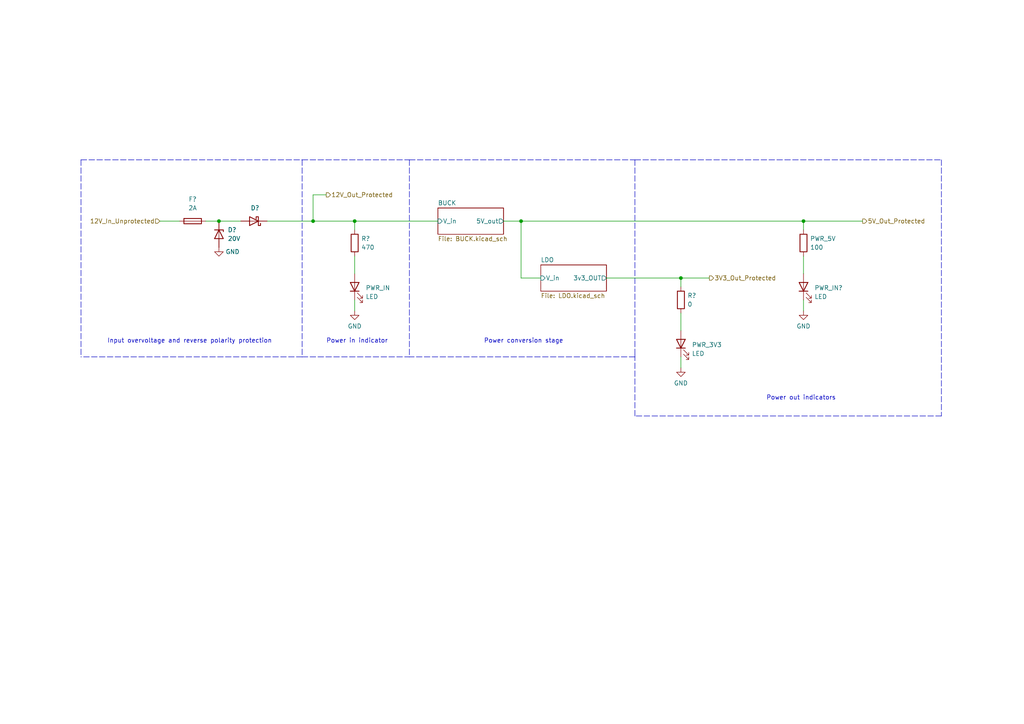
<source format=kicad_sch>
(kicad_sch (version 20211123) (generator eeschema)
  (paper "A4")
  (lib_symbols
    (symbol "Device:D_Schottky" (pin_numbers hide) (pin_names (offset 1.016) hide)
      (property "Reference" "D" (at 0 2.54 0))
      (property "Value" "D_Schottky" (at 0 -2.54 0))
      (symbol "D_Schottky_0_1"
        (polyline (pts (xy 1.27 0) (xy -1.27 0)))
        (polyline (pts (xy 1.27 1.27) (xy 1.27 -1.27) (xy -1.27 0) (xy 1.27 1.27)) (stroke (width 0.254)))
        (polyline (pts (xy -1.905 0.635) (xy -1.905 1.27) (xy -1.27 1.27) (xy -1.27 -1.27) (xy -0.635 -1.27) (xy -0.635 -0.635)) (stroke (width 0.254)))
      )
      (symbol "D_Schottky_1_1"
        (pin passive line (at -3.81 0 0) (length 2.54) (name "K") (number "1"))
        (pin passive line (at 3.81 0 180) (length 2.54) (name "A") (number "2"))
      )
    )
    (symbol "Device:D_Zener" (pin_numbers hide) (pin_names (offset 1.016) hide)
      (property "Reference" "D" (at 0 2.54 0))
      (property "Value" "D_Zener" (at 0 -2.54 0))
      (symbol "D_Zener_0_1"
        (polyline (pts (xy 1.27 0) (xy -1.27 0)))
        (polyline (pts (xy -1.27 -1.27) (xy -1.27 1.27) (xy -0.762 1.27)) (stroke (width 0.254)))
        (polyline (pts (xy 1.27 -1.27) (xy 1.27 1.27) (xy -1.27 0) (xy 1.27 -1.27)) (stroke (width 0.254)))
      )
      (symbol "D_Zener_1_1"
        (pin passive line (at -3.81 0 0) (length 2.54) (name "K") (number "1"))
        (pin passive line (at 3.81 0 180) (length 2.54) (name "A") (number "2"))
      )
    )
    (symbol "Device:Fuse" (pin_numbers hide) (pin_names (offset 0))
      (property "Reference" "F" (at 2.032 0 90))
      (property "Value" "Fuse" (at -1.905 0 90))
      (symbol "Fuse_0_1"
        (rectangle (start -0.762 -2.54) (end 0.762 2.54) (stroke (width 0.254)))
        (polyline (pts (xy 0 2.54) (xy 0 -2.54)))
      )
      (symbol "Fuse_1_1"
        (pin passive line (at 0 3.81 270) (length 1.27) (name "~") (number "1"))
        (pin passive line (at 0 -3.81 90) (length 1.27) (name "~") (number "2"))
      )
    )
    (symbol "Device:LED" (pin_numbers hide) (pin_names (offset 1.016) hide)
      (property "Reference" "D" (at 0 2.54 0))
      (property "Value" "LED" (at 0 -2.54 0))
      (symbol "LED_0_1"
        (polyline (pts (xy -1.27 -1.27) (xy -1.27 1.27)) (stroke (width 0.254)))
        (polyline (pts (xy -1.27 0) (xy 1.27 0)))
        (polyline (pts (xy 1.27 -1.27) (xy 1.27 1.27) (xy -1.27 0) (xy 1.27 -1.27)) (stroke (width 0.254)))
        (polyline (pts (xy -3.048 -0.762) (xy -4.572 -2.286) (xy -3.81 -2.286) (xy -4.572 -2.286) (xy -4.572 -1.524)))
        (polyline (pts (xy -1.778 -0.762) (xy -3.302 -2.286) (xy -2.54 -2.286) (xy -3.302 -2.286) (xy -3.302 -1.524)))
      )
      (symbol "LED_1_1"
        (pin passive line (at -3.81 0 0) (length 2.54) (name "K") (number "1"))
        (pin passive line (at 3.81 0 180) (length 2.54) (name "A") (number "2"))
      )
    )
    (symbol "Device:R" (pin_numbers hide) (pin_names (offset 0))
      (property "Reference" "R" (at 2.032 0 90))
      (property "Value" "R" (at 0 0 90))
      (symbol "R_0_1"
        (rectangle (start -1.016 -2.54) (end 1.016 2.54) (stroke (width 0.254)))
      )
      (symbol "R_1_1"
        (pin passive line (at 0 3.81 270) (length 1.27) (name "~") (number "1"))
        (pin passive line (at 0 -3.81 90) (length 1.27) (name "~") (number "2"))
      )
    )
    (symbol "power:GND" (power) (pin_names (offset 0))
      (property "Value" "GND" (at 0 -3.81 0))
      (symbol "GND_0_1"
        (polyline (pts (xy 0 0) (xy 0 -1.27) (xy 1.27 -1.27) (xy 0 -2.54) (xy -1.27 -1.27) (xy 0 -1.27)))
      )
      (symbol "GND_1_1"
        (pin power_in line (at 0 0 270) (length 0) hide (name "GND") (number "1"))
      )
    )
  )
  (junction (at 90.805 64.135))
  (junction (at 102.87 64.135))
  (junction (at 197.485 80.645))
  (junction (at 63.5 64.135))
  (junction (at 233.045 64.135))
  (junction (at 151.13 64.135))
  (wire (pts (xy 46.355 64.135) (xy 52.07 64.135)))
  (wire (pts (xy 146.05 64.135) (xy 151.13 64.135)))
  (wire (pts (xy 102.87 64.135) (xy 102.87 66.675)))
  (wire (pts (xy 233.045 64.135) (xy 250.19 64.135)))
  (wire (pts (xy 151.13 64.135) (xy 151.13 80.645)))
  (polyline (pts (xy 23.495 46.355) (xy 23.495 103.505)))
  (wire (pts (xy 233.045 86.995) (xy 233.045 90.17)))
  (polyline (pts (xy 87.63 103.505) (xy 118.745 103.505)))
  (polyline (pts (xy 87.63 46.355) (xy 87.63 103.505)))
  (wire (pts (xy 197.485 90.805) (xy 197.485 95.885)))
  (wire (pts (xy 197.485 103.505) (xy 197.485 106.68)))
  (polyline (pts (xy 184.15 103.505) (xy 118.745 103.505)))
  (wire (pts (xy 90.805 64.135) (xy 102.87 64.135)))
  (wire (pts (xy 175.895 80.645) (xy 197.485 80.645)))
  (polyline (pts (xy 118.745 46.355) (xy 184.15 46.355)))
  (wire (pts (xy 151.13 80.645) (xy 156.845 80.645)))
  (polyline (pts (xy 273.05 46.355) (xy 273.05 120.65)))
  (polyline (pts (xy 87.63 46.355) (xy 118.745 46.355)))
  (wire (pts (xy 102.87 74.295) (xy 102.87 79.375)))
  (polyline (pts (xy 273.05 120.65) (xy 184.15 120.65)))
  (polyline (pts (xy 184.15 120.65) (xy 184.15 102.87)))
  (polyline (pts (xy 23.495 46.355) (xy 87.63 46.355)))
  (polyline (pts (xy 184.15 46.355) (xy 273.05 46.355)))
  (polyline (pts (xy 87.63 103.505) (xy 23.495 103.505)))
  (wire (pts (xy 233.045 74.295) (xy 233.045 79.375)))
  (wire (pts (xy 102.87 86.995) (xy 102.87 90.17)))
  (polyline (pts (xy 184.15 46.355) (xy 184.15 103.505)))
  (wire (pts (xy 63.5 64.135) (xy 69.85 64.135)))
  (wire (pts (xy 233.045 64.135) (xy 233.045 66.675)))
  (wire (pts (xy 94.615 56.515) (xy 90.805 56.515)))
  (polyline (pts (xy 118.745 46.355) (xy 118.745 103.505)))
  (wire (pts (xy 77.47 64.135) (xy 90.805 64.135)))
  (wire (pts (xy 102.87 64.135) (xy 127 64.135)))
  (wire (pts (xy 197.485 80.645) (xy 205.74 80.645)))
  (wire (pts (xy 59.69 64.135) (xy 63.5 64.135)))
  (wire (pts (xy 90.805 56.515) (xy 90.805 64.135)))
  (wire (pts (xy 197.485 80.645) (xy 197.485 83.185)))
  (wire (pts (xy 151.13 64.135) (xy 233.045 64.135)))
  (text "Power conversion stage" (at 140.335 99.695 0) (effects (font (size 1.27 1.27)) (justify left bottom)))
  (text "Power out indicators" (at 222.25 116.205 0) (effects (font (size 1.27 1.27)) (justify left bottom)))
  (text "Power in indicator" (at 94.615 99.695 0) (effects (font (size 1.27 1.27)) (justify left bottom)))
  (text "Input overvoltage and reverse polarity protection" (at 31.115 99.695 0) (effects (font (size 1.27 1.27)) (justify left bottom)))
  (hierarchical_label "12V_In_Unprotected" (shape input) (at 46.355 64.135 180))
  (hierarchical_label "12V_Out_Protected" (shape output) (at 94.615 56.515 0))
  (hierarchical_label "3V3_Out_Protected" (shape output) (at 205.74 80.645 0))
  (hierarchical_label "5V_Out_Protected" (shape output) (at 250.19 64.135 0))
  (symbol (lib_id "power:GND") (at 197.485 106.68 0) (unit 1)
    (property "Reference" "#PWR?" (effects hide))
    (property "Value" "GND" (at 197.485 111.125 0))
  )
  (symbol (lib_id "power:GND") (at 233.045 90.17 0) (unit 1)
    (property "Reference" "#PWR?" (effects hide))
    (property "Value" "GND" (at 233.045 94.615 0))
  )
  (symbol (lib_id "Device:R") (at 233.045 70.485 0) (unit 1)
    (property "Reference" "PWR_5V" (at 234.95 69.2149 0) (effects (justify left)))
    (property "Value" "100" (at 234.95 71.7549 0) (effects (justify left)))
    (property "Footprint" "Resistor_SMD:R_0201_0603Metric_Pad0.64x0.40mm_HandSolder" (effects hide))
  )
  (symbol (lib_id "Device:R") (at 102.87 70.485 0) (unit 1)
    (property "Reference" "R?" (at 104.775 69.2149 0) (effects (justify left)))
    (property "Value" "470" (at 104.775 71.7549 0) (effects (justify left)))
    (property "Footprint" "Resistor_SMD:R_0201_0603Metric_Pad0.64x0.40mm_HandSolder" (effects hide))
  )
  (symbol (lib_id "power:GND") (at 63.5 71.755 0) (unit 1)
    (property "Reference" "#PWR?" (effects hide))
    (property "Value" "GND" (at 65.405 73.0249 0) (effects (justify left)))
  )
  (symbol (lib_id "Device:LED") (at 102.87 83.185 90) (unit 1)
    (property "Reference" "PWR_IN" (at 106.045 83.5024 90) (effects (justify right)))
    (property "Value" "LED" (at 106.045 86.0424 90) (effects (justify right)))
    (property "Footprint" "LED_SMD:LED_0603_1608Metric_Pad1.05x0.95mm_HandSolder" (effects hide))
    (property "Datasheet" "https://datasheet.lcsc.com/lcsc/1811101510_Everlight-Elec-19-217-GHC-YR1S2-3T_C72043.pdf" (effects hide))
  )
  (symbol (lib_id "Device:LED") (at 197.485 99.695 90) (unit 1)
    (property "Reference" "PWR_3V3" (at 200.66 100.0124 90) (effects (justify right)))
    (property "Value" "LED" (at 200.66 102.5524 90) (effects (justify right)))
    (property "Footprint" "LED_SMD:LED_0603_1608Metric_Pad1.05x0.95mm_HandSolder" (effects hide))
    (property "Datasheet" "https://datasheet.lcsc.com/lcsc/1811101510_Everlight-Elec-19-217-GHC-YR1S2-3T_C72043.pdf" (effects hide))
  )
  (symbol (lib_id "Device:D_Schottky") (at 73.66 64.135 180) (unit 1)
    (property "Reference" "D?" (at 73.9775 60.325 0))
    (property "Value" "0.7dV" (effects hide))
    (property "Footprint" "Diode_SMD:D_0603_1608Metric_Pad1.05x0.95mm_HandSolder" (effects hide))
  )
  (symbol (lib_id "Device:R") (at 197.485 86.995 0) (unit 1)
    (property "Reference" "R?" (at 199.39 85.7249 0) (effects (justify left)))
    (property "Value" "0" (at 199.39 88.2649 0) (effects (justify left)))
    (property "Footprint" "Resistor_SMD:R_0201_0603Metric_Pad0.64x0.40mm_HandSolder" (effects hide))
  )
  (symbol (lib_id "power:GND") (at 102.87 90.17 0) (unit 1)
    (property "Reference" "#PWR?" (effects hide))
    (property "Value" "GND" (at 102.87 94.615 0))
  )
  (symbol (lib_id "Device:Fuse") (at 55.88 64.135 270) (unit 1)
    (property "Reference" "F?" (at 55.88 57.785 90))
    (property "Value" "2A" (at 55.88 60.325 90))
    (property "Footprint" "Fuse:Fuse_0603_1608Metric_Pad1.05x0.95mm_HandSolder" (effects hide))
  )
  (symbol (lib_id "Device:LED") (at 233.045 83.185 90) (unit 1)
    (property "Reference" "PWR_IN?" (at 236.22 83.5024 90) (effects (justify right)))
    (property "Value" "LED" (at 236.22 86.0424 90) (effects (justify right)))
    (property "Footprint" "LED_SMD:LED_0603_1608Metric_Pad1.05x0.95mm_HandSolder" (effects hide))
    (property "Datasheet" "https://datasheet.lcsc.com/lcsc/1811101510_Everlight-Elec-19-217-GHC-YR1S2-3T_C72043.pdf" (effects hide))
  )
  (symbol (lib_id "Device:D_Zener") (at 63.5 67.945 270) (unit 1)
    (property "Reference" "D?" (at 66.04 66.6749 90) (effects (justify left)))
    (property "Value" "20V" (at 66.04 69.2149 90) (effects (justify left)))
    (property "Footprint" "Diode_SMD:D_0603_1608Metric_Pad1.05x0.95mm_HandSolder" (effects hide))
  )
  (sheet (at 127 60.325) (size 19.05 7.62) (stroke (width 0.1524))
    (property "Sheet name" "BUCK" (at 127 59.6134 0) (effects (justify left bottom)))
    (property "Sheet file" "BUCK.kicad_sch" (at 127 68.5296 0) (effects (justify left top)))
    (pin "V_in" input (at 127 64.135 180))
    (pin "5V_out" output (at 146.05 64.135 0))
  )
  (sheet (at 156.845 76.835) (size 19.05 7.62) (stroke (width 0.1524))
    (property "Sheet name" "LDO" (at 156.845 76.1234 0) (effects (justify left bottom)))
    (property "Sheet file" "LDO.kicad_sch" (at 156.845 85.0396 0) (effects (justify left top)))
    (pin "V_in" input (at 156.845 80.645 180))
    (pin "3v3_OUT" output (at 175.895 80.645 0))
  )
)
</source>
